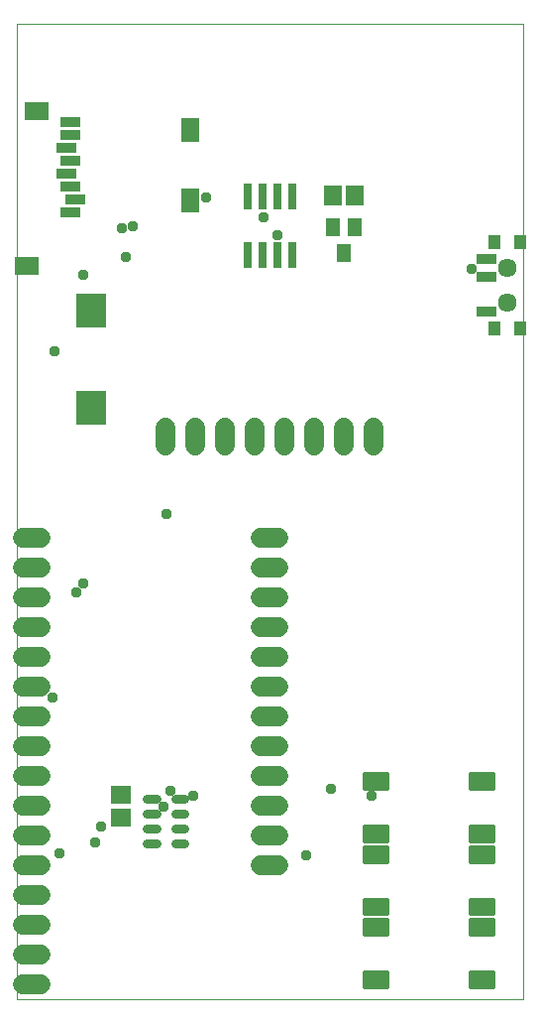
<source format=gts>
G75*
%MOIN*%
%OFA0B0*%
%FSLAX25Y25*%
%IPPOS*%
%LPD*%
%AMOC8*
5,1,8,0,0,1.08239X$1,22.5*
%
%ADD10C,0.00000*%
%ADD11R,0.08280X0.06312*%
%ADD12R,0.06312X0.07887*%
%ADD13R,0.06706X0.03556*%
%ADD14R,0.04737X0.06312*%
%ADD15R,0.05918X0.06706*%
%ADD16R,0.03000X0.08600*%
%ADD17C,0.02965*%
%ADD18R,0.07099X0.05918*%
%ADD19R,0.10288X0.11469*%
%ADD20R,0.03950X0.04737*%
%ADD21C,0.06343*%
%ADD22C,0.00935*%
%ADD23C,0.06800*%
%ADD24C,0.03778*%
D10*
X0052595Y0028933D02*
X0052595Y0356610D01*
X0222871Y0356610D01*
X0222871Y0028933D01*
X0052595Y0028933D01*
D11*
X0055745Y0275390D03*
X0059288Y0327358D03*
D12*
X0110863Y0321059D03*
X0110863Y0297437D03*
D13*
X0072280Y0297831D03*
X0070705Y0302161D03*
X0069131Y0306492D03*
X0070705Y0310823D03*
X0069131Y0315154D03*
X0070705Y0319484D03*
X0070705Y0323815D03*
X0070705Y0293500D03*
X0210705Y0277791D03*
X0210705Y0271886D03*
X0210705Y0260075D03*
D14*
X0166335Y0288264D03*
X0162595Y0279602D03*
X0158855Y0288264D03*
D15*
X0158855Y0298933D03*
X0166335Y0298933D03*
D16*
X0145095Y0298633D03*
X0140095Y0298633D03*
X0135095Y0298633D03*
X0130095Y0298633D03*
X0130095Y0279233D03*
X0135095Y0279233D03*
X0140095Y0279233D03*
X0145095Y0279233D03*
D17*
X0108895Y0096315D02*
X0105745Y0096315D01*
X0105745Y0096315D01*
X0108895Y0096315D01*
X0108895Y0096315D01*
X0108895Y0091394D02*
X0105745Y0091394D01*
X0105745Y0091394D01*
X0108895Y0091394D01*
X0108895Y0091394D01*
X0108895Y0086472D02*
X0105745Y0086472D01*
X0105745Y0086472D01*
X0108895Y0086472D01*
X0108895Y0086472D01*
X0108895Y0081551D02*
X0105745Y0081551D01*
X0105745Y0081551D01*
X0108895Y0081551D01*
X0108895Y0081551D01*
X0099446Y0081551D02*
X0096296Y0081551D01*
X0096296Y0081551D01*
X0099446Y0081551D01*
X0099446Y0081551D01*
X0099446Y0086472D02*
X0096296Y0086472D01*
X0096296Y0086472D01*
X0099446Y0086472D01*
X0099446Y0086472D01*
X0099446Y0091394D02*
X0096296Y0091394D01*
X0096296Y0091394D01*
X0099446Y0091394D01*
X0099446Y0091394D01*
X0099446Y0096315D02*
X0096296Y0096315D01*
X0096296Y0096315D01*
X0099446Y0096315D01*
X0099446Y0096315D01*
D18*
X0087595Y0097870D03*
X0087595Y0089996D03*
D19*
X0077595Y0227594D03*
X0077595Y0260272D03*
D20*
X0213264Y0254563D03*
X0221926Y0254563D03*
X0221926Y0283303D03*
X0213264Y0283303D03*
D21*
X0217595Y0274839D03*
X0217595Y0263028D03*
D22*
X0213029Y0104919D02*
X0204895Y0104919D01*
X0213029Y0104919D02*
X0213029Y0099621D01*
X0204895Y0099621D01*
X0204895Y0104919D01*
X0204895Y0100555D02*
X0213029Y0100555D01*
X0213029Y0101489D02*
X0204895Y0101489D01*
X0204895Y0102423D02*
X0213029Y0102423D01*
X0213029Y0103357D02*
X0204895Y0103357D01*
X0204895Y0104291D02*
X0213029Y0104291D01*
X0213029Y0087281D02*
X0204895Y0087281D01*
X0213029Y0087281D02*
X0213029Y0081983D01*
X0204895Y0081983D01*
X0204895Y0087281D01*
X0204895Y0082917D02*
X0213029Y0082917D01*
X0213029Y0083851D02*
X0204895Y0083851D01*
X0204895Y0084785D02*
X0213029Y0084785D01*
X0213029Y0085719D02*
X0204895Y0085719D01*
X0204895Y0086653D02*
X0213029Y0086653D01*
X0213029Y0080509D02*
X0204895Y0080509D01*
X0213029Y0080509D02*
X0213029Y0075211D01*
X0204895Y0075211D01*
X0204895Y0080509D01*
X0204895Y0076145D02*
X0213029Y0076145D01*
X0213029Y0077079D02*
X0204895Y0077079D01*
X0204895Y0078013D02*
X0213029Y0078013D01*
X0213029Y0078947D02*
X0204895Y0078947D01*
X0204895Y0079881D02*
X0213029Y0079881D01*
X0213029Y0062871D02*
X0204895Y0062871D01*
X0213029Y0062871D02*
X0213029Y0057573D01*
X0204895Y0057573D01*
X0204895Y0062871D01*
X0204895Y0058507D02*
X0213029Y0058507D01*
X0213029Y0059441D02*
X0204895Y0059441D01*
X0204895Y0060375D02*
X0213029Y0060375D01*
X0213029Y0061309D02*
X0204895Y0061309D01*
X0204895Y0062243D02*
X0213029Y0062243D01*
X0213029Y0056100D02*
X0204895Y0056100D01*
X0213029Y0056100D02*
X0213029Y0050802D01*
X0204895Y0050802D01*
X0204895Y0056100D01*
X0204895Y0051736D02*
X0213029Y0051736D01*
X0213029Y0052670D02*
X0204895Y0052670D01*
X0204895Y0053604D02*
X0213029Y0053604D01*
X0213029Y0054538D02*
X0204895Y0054538D01*
X0204895Y0055472D02*
X0213029Y0055472D01*
X0213029Y0038462D02*
X0204895Y0038462D01*
X0213029Y0038462D02*
X0213029Y0033164D01*
X0204895Y0033164D01*
X0204895Y0038462D01*
X0204895Y0034098D02*
X0213029Y0034098D01*
X0213029Y0035032D02*
X0204895Y0035032D01*
X0204895Y0035966D02*
X0213029Y0035966D01*
X0213029Y0036900D02*
X0204895Y0036900D01*
X0204895Y0037834D02*
X0213029Y0037834D01*
X0177202Y0038462D02*
X0169068Y0038462D01*
X0177202Y0038462D02*
X0177202Y0033164D01*
X0169068Y0033164D01*
X0169068Y0038462D01*
X0169068Y0034098D02*
X0177202Y0034098D01*
X0177202Y0035032D02*
X0169068Y0035032D01*
X0169068Y0035966D02*
X0177202Y0035966D01*
X0177202Y0036900D02*
X0169068Y0036900D01*
X0169068Y0037834D02*
X0177202Y0037834D01*
X0177202Y0056100D02*
X0169068Y0056100D01*
X0177202Y0056100D02*
X0177202Y0050802D01*
X0169068Y0050802D01*
X0169068Y0056100D01*
X0169068Y0051736D02*
X0177202Y0051736D01*
X0177202Y0052670D02*
X0169068Y0052670D01*
X0169068Y0053604D02*
X0177202Y0053604D01*
X0177202Y0054538D02*
X0169068Y0054538D01*
X0169068Y0055472D02*
X0177202Y0055472D01*
X0177202Y0062871D02*
X0169068Y0062871D01*
X0177202Y0062871D02*
X0177202Y0057573D01*
X0169068Y0057573D01*
X0169068Y0062871D01*
X0169068Y0058507D02*
X0177202Y0058507D01*
X0177202Y0059441D02*
X0169068Y0059441D01*
X0169068Y0060375D02*
X0177202Y0060375D01*
X0177202Y0061309D02*
X0169068Y0061309D01*
X0169068Y0062243D02*
X0177202Y0062243D01*
X0177202Y0080509D02*
X0169068Y0080509D01*
X0177202Y0080509D02*
X0177202Y0075211D01*
X0169068Y0075211D01*
X0169068Y0080509D01*
X0169068Y0076145D02*
X0177202Y0076145D01*
X0177202Y0077079D02*
X0169068Y0077079D01*
X0169068Y0078013D02*
X0177202Y0078013D01*
X0177202Y0078947D02*
X0169068Y0078947D01*
X0169068Y0079881D02*
X0177202Y0079881D01*
X0177202Y0087281D02*
X0169068Y0087281D01*
X0177202Y0087281D02*
X0177202Y0081983D01*
X0169068Y0081983D01*
X0169068Y0087281D01*
X0169068Y0082917D02*
X0177202Y0082917D01*
X0177202Y0083851D02*
X0169068Y0083851D01*
X0169068Y0084785D02*
X0177202Y0084785D01*
X0177202Y0085719D02*
X0169068Y0085719D01*
X0169068Y0086653D02*
X0177202Y0086653D01*
X0177202Y0104919D02*
X0169068Y0104919D01*
X0177202Y0104919D02*
X0177202Y0099621D01*
X0169068Y0099621D01*
X0169068Y0104919D01*
X0169068Y0100555D02*
X0177202Y0100555D01*
X0177202Y0101489D02*
X0169068Y0101489D01*
X0169068Y0102423D02*
X0177202Y0102423D01*
X0177202Y0103357D02*
X0169068Y0103357D01*
X0169068Y0104291D02*
X0177202Y0104291D01*
D23*
X0140595Y0103933D02*
X0134595Y0103933D01*
X0134595Y0113933D02*
X0140595Y0113933D01*
X0140595Y0123933D02*
X0134595Y0123933D01*
X0134595Y0133933D02*
X0140595Y0133933D01*
X0140595Y0143933D02*
X0134595Y0143933D01*
X0134595Y0153933D02*
X0140595Y0153933D01*
X0140595Y0163933D02*
X0134595Y0163933D01*
X0134595Y0173933D02*
X0140595Y0173933D01*
X0140595Y0183933D02*
X0134595Y0183933D01*
X0132595Y0215022D02*
X0132595Y0221022D01*
X0122595Y0221022D02*
X0122595Y0215022D01*
X0112595Y0215022D02*
X0112595Y0221022D01*
X0102595Y0221022D02*
X0102595Y0215022D01*
X0142595Y0215022D02*
X0142595Y0221022D01*
X0152595Y0221022D02*
X0152595Y0215022D01*
X0162595Y0215022D02*
X0162595Y0221022D01*
X0172595Y0221022D02*
X0172595Y0215022D01*
X0140595Y0093933D02*
X0134595Y0093933D01*
X0134595Y0083933D02*
X0140595Y0083933D01*
X0140595Y0073933D02*
X0134595Y0073933D01*
X0060595Y0073933D02*
X0054595Y0073933D01*
X0054595Y0083933D02*
X0060595Y0083933D01*
X0060595Y0093933D02*
X0054595Y0093933D01*
X0054595Y0103933D02*
X0060595Y0103933D01*
X0060595Y0113933D02*
X0054595Y0113933D01*
X0054595Y0123933D02*
X0060595Y0123933D01*
X0060595Y0133933D02*
X0054595Y0133933D01*
X0054595Y0143933D02*
X0060595Y0143933D01*
X0060595Y0153933D02*
X0054595Y0153933D01*
X0054595Y0163933D02*
X0060595Y0163933D01*
X0060595Y0173933D02*
X0054595Y0173933D01*
X0054595Y0183933D02*
X0060595Y0183933D01*
X0060595Y0063933D02*
X0054595Y0063933D01*
X0054595Y0053933D02*
X0060595Y0053933D01*
X0060595Y0043933D02*
X0054595Y0043933D01*
X0054595Y0033933D02*
X0060595Y0033933D01*
D24*
X0066995Y0078133D03*
X0078995Y0081733D03*
X0080795Y0087133D03*
X0101795Y0093733D03*
X0104195Y0099133D03*
X0111995Y0097333D03*
X0149795Y0077533D03*
X0158195Y0099733D03*
X0171995Y0097333D03*
X0102995Y0192133D03*
X0074795Y0168733D03*
X0072395Y0165733D03*
X0064595Y0130333D03*
X0065195Y0246733D03*
X0074795Y0272533D03*
X0089195Y0278533D03*
X0087995Y0288133D03*
X0091595Y0288733D03*
X0116195Y0298333D03*
X0135395Y0291733D03*
X0140195Y0285733D03*
X0205595Y0274333D03*
M02*

</source>
